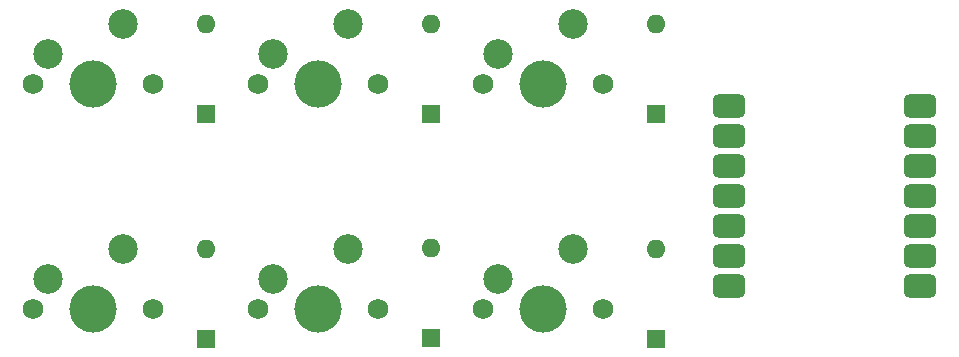
<source format=gbr>
%TF.GenerationSoftware,KiCad,Pcbnew,8.0.6*%
%TF.CreationDate,2024-10-21T20:43:56-04:00*%
%TF.ProjectId,retry,72657472-792e-46b6-9963-61645f706362,rev?*%
%TF.SameCoordinates,Original*%
%TF.FileFunction,Soldermask,Top*%
%TF.FilePolarity,Negative*%
%FSLAX46Y46*%
G04 Gerber Fmt 4.6, Leading zero omitted, Abs format (unit mm)*
G04 Created by KiCad (PCBNEW 8.0.6) date 2024-10-21 20:43:56*
%MOMM*%
%LPD*%
G01*
G04 APERTURE LIST*
G04 Aperture macros list*
%AMRoundRect*
0 Rectangle with rounded corners*
0 $1 Rounding radius*
0 $2 $3 $4 $5 $6 $7 $8 $9 X,Y pos of 4 corners*
0 Add a 4 corners polygon primitive as box body*
4,1,4,$2,$3,$4,$5,$6,$7,$8,$9,$2,$3,0*
0 Add four circle primitives for the rounded corners*
1,1,$1+$1,$2,$3*
1,1,$1+$1,$4,$5*
1,1,$1+$1,$6,$7*
1,1,$1+$1,$8,$9*
0 Add four rect primitives between the rounded corners*
20,1,$1+$1,$2,$3,$4,$5,0*
20,1,$1+$1,$4,$5,$6,$7,0*
20,1,$1+$1,$6,$7,$8,$9,0*
20,1,$1+$1,$8,$9,$2,$3,0*%
G04 Aperture macros list end*
%ADD10C,1.750000*%
%ADD11C,4.000000*%
%ADD12C,2.500000*%
%ADD13R,1.600000X1.600000*%
%ADD14O,1.600000X1.600000*%
%ADD15RoundRect,0.500000X-0.875000X-0.500000X0.875000X-0.500000X0.875000X0.500000X-0.875000X0.500000X0*%
%ADD16C,1.600000*%
G04 APERTURE END LIST*
D10*
%TO.C,SW3*%
X90170000Y-38100000D03*
D11*
X95250000Y-38100000D03*
D10*
X100330000Y-38100000D03*
D12*
X91440000Y-35560000D03*
X97790000Y-33020000D03*
%TD*%
D10*
%TO.C,SW2*%
X71120000Y-38100000D03*
D11*
X76200000Y-38100000D03*
D10*
X81280000Y-38100000D03*
D12*
X72390000Y-35560000D03*
X78740000Y-33020000D03*
%TD*%
D10*
%TO.C,SW5*%
X71120000Y-57150000D03*
D11*
X76200000Y-57150000D03*
D10*
X81280000Y-57150000D03*
D12*
X72390000Y-54610000D03*
X78740000Y-52070000D03*
%TD*%
D10*
%TO.C,SW4*%
X52070000Y-57150000D03*
D11*
X57150000Y-57150000D03*
D10*
X62230000Y-57150000D03*
D12*
X53340000Y-54610000D03*
X59690000Y-52070000D03*
%TD*%
D10*
%TO.C,SW6*%
X90170000Y-57150000D03*
D11*
X95250000Y-57150000D03*
D10*
X100330000Y-57150000D03*
D12*
X91440000Y-54610000D03*
X97790000Y-52070000D03*
%TD*%
D10*
%TO.C,SW1*%
X52070000Y-38100000D03*
D11*
X57150000Y-38100000D03*
D10*
X62230000Y-38100000D03*
D12*
X53340000Y-35560000D03*
X59690000Y-33020000D03*
%TD*%
D13*
%TO.C,D6*%
X104775000Y-59705000D03*
D14*
X104775000Y-52085000D03*
%TD*%
D13*
%TO.C,D2*%
X85725000Y-40675000D03*
D14*
X85725000Y-33055000D03*
%TD*%
D13*
%TO.C,D1*%
X66675000Y-40645000D03*
D14*
X66675000Y-33025000D03*
%TD*%
D13*
%TO.C,D4*%
X66675000Y-59735000D03*
D14*
X66675000Y-52115000D03*
%TD*%
D13*
%TO.C,D3*%
X104785000Y-40655000D03*
D14*
X104785000Y-33035000D03*
%TD*%
D13*
%TO.C,D5*%
X85735000Y-59665000D03*
D14*
X85735000Y-52045000D03*
%TD*%
D15*
%TO.C,U1*%
X127162500Y-40005000D03*
D16*
X126682500Y-40005000D03*
D15*
X127162500Y-42545000D03*
D16*
X126682500Y-42545000D03*
D15*
X127162500Y-45085000D03*
D16*
X126682500Y-45085000D03*
D15*
X127162500Y-47625000D03*
D16*
X126682500Y-47625000D03*
D15*
X127162500Y-50165000D03*
D16*
X126682500Y-50165000D03*
D15*
X127162500Y-52705000D03*
D16*
X126682500Y-52705000D03*
D15*
X127162500Y-55245000D03*
D16*
X126682500Y-55245000D03*
X111442500Y-55245000D03*
D15*
X110997500Y-55245000D03*
D16*
X111442500Y-52705000D03*
D15*
X110997500Y-52705000D03*
D16*
X111442500Y-50165000D03*
D15*
X110997500Y-50165000D03*
D16*
X111442500Y-47625000D03*
D15*
X110997500Y-47625000D03*
D16*
X111442500Y-45085000D03*
D15*
X110997500Y-45085000D03*
D16*
X111442500Y-42545000D03*
D15*
X110997500Y-42545000D03*
D13*
X111442500Y-40005000D03*
D15*
X110997500Y-40005000D03*
%TD*%
M02*

</source>
